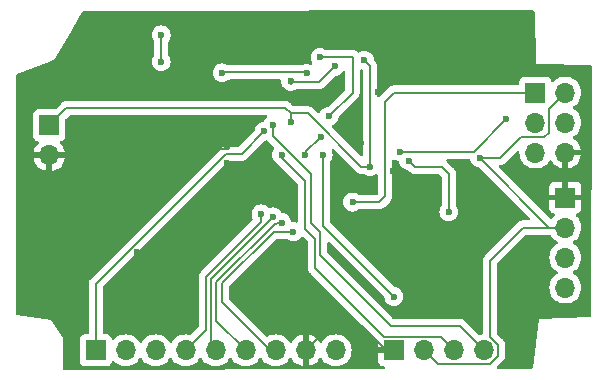
<source format=gbl>
%TF.GenerationSoftware,KiCad,Pcbnew,7.0.11-rc3*%
%TF.CreationDate,2024-07-02T00:11:53+05:30*%
%TF.ProjectId,MCUdatalogger_V1,4d435564-6174-4616-9c6f-676765725f56,rev?*%
%TF.SameCoordinates,Original*%
%TF.FileFunction,Copper,L2,Bot*%
%TF.FilePolarity,Positive*%
%FSLAX46Y46*%
G04 Gerber Fmt 4.6, Leading zero omitted, Abs format (unit mm)*
G04 Created by KiCad (PCBNEW 7.0.11-rc3) date 2024-07-02 00:11:53*
%MOMM*%
%LPD*%
G01*
G04 APERTURE LIST*
%TA.AperFunction,ComponentPad*%
%ADD10R,1.700000X1.700000*%
%TD*%
%TA.AperFunction,ComponentPad*%
%ADD11O,1.700000X1.700000*%
%TD*%
%TA.AperFunction,ViaPad*%
%ADD12C,0.600000*%
%TD*%
%TA.AperFunction,Conductor*%
%ADD13C,0.200000*%
%TD*%
G04 APERTURE END LIST*
D10*
%TO.P,J1,1,Pin_1*%
%TO.N,GND*%
X123705000Y-60725000D03*
D11*
%TO.P,J1,2,Pin_2*%
%TO.N,/VCC*%
X123705000Y-63265000D03*
%TO.P,J1,3,Pin_3*%
%TO.N,/SDA*%
X123705000Y-65805000D03*
%TO.P,J1,4,Pin_4*%
%TO.N,/SCK*%
X123705000Y-68345000D03*
%TD*%
D10*
%TO.P,BT1,1,+*%
%TO.N,/VCC*%
X80010000Y-54610000D03*
D11*
%TO.P,BT1,2,-*%
%TO.N,GND*%
X80010000Y-57150000D03*
%TD*%
D10*
%TO.P,J3,1,Pin_1*%
%TO.N,GND*%
X109220000Y-73660000D03*
D11*
%TO.P,J3,2,Pin_2*%
%TO.N,/VCC*%
X111760000Y-73660000D03*
%TO.P,J3,3,Pin_3*%
%TO.N,/RX*%
X114300000Y-73660000D03*
%TO.P,J3,4,Pin_4*%
%TO.N,/TX*%
X116840000Y-73660000D03*
%TD*%
D10*
%TO.P,J4,1,Pin_1*%
%TO.N,/MISO*%
X121165000Y-51835000D03*
D11*
%TO.P,J4,2,Pin_2*%
%TO.N,/VCC*%
X123705000Y-51835000D03*
%TO.P,J4,3,Pin_3*%
%TO.N,/SCK*%
X121165000Y-54375000D03*
%TO.P,J4,4,Pin_4*%
%TO.N,/MOSI*%
X123705000Y-54375000D03*
%TO.P,J4,5,Pin_5*%
%TO.N,/RESET*%
X121165000Y-56915000D03*
%TO.P,J4,6,Pin_6*%
%TO.N,GND*%
X123705000Y-56915000D03*
%TD*%
D10*
%TO.P,J2,1,Pin_1*%
%TO.N,/D2*%
X83940000Y-73660000D03*
D11*
%TO.P,J2,2,Pin_2*%
%TO.N,/D3*%
X86480000Y-73660000D03*
%TO.P,J2,3,Pin_3*%
%TO.N,/D4*%
X89020000Y-73660000D03*
%TO.P,J2,4,Pin_4*%
%TO.N,/D5*%
X91560000Y-73660000D03*
%TO.P,J2,5,Pin_5*%
%TO.N,/D6*%
X94100000Y-73660000D03*
%TO.P,J2,6,Pin_6*%
%TO.N,/D7*%
X96640000Y-73660000D03*
%TO.P,J2,7,Pin_7*%
%TO.N,/D8*%
X99180000Y-73660000D03*
%TO.P,J2,8,Pin_8*%
%TO.N,GND*%
X101720000Y-73660000D03*
%TO.P,J2,9,Pin_9*%
%TO.N,/VCC*%
X104260000Y-73660000D03*
%TD*%
D12*
%TO.N,/VCC*%
X106690000Y-49110000D03*
X100440000Y-54360000D03*
X107190000Y-58110000D03*
%TO.N,GND*%
X114190000Y-69110000D03*
X112940000Y-49360000D03*
X112940000Y-49360000D03*
X107940000Y-49110000D03*
X95090000Y-56410000D03*
X95090000Y-57810000D03*
X107840735Y-51810000D03*
X100940000Y-49110000D03*
X117190000Y-49110000D03*
X87472287Y-65360000D03*
X106440000Y-56110000D03*
X89690000Y-56610000D03*
X109090000Y-58510000D03*
%TO.N,/VCC*%
X116440000Y-57360000D03*
X89490000Y-46955000D03*
X116440000Y-57360000D03*
X89490000Y-49210000D03*
%TO.N,Net-(U4-PB7)*%
X103690000Y-53860000D03*
X102940000Y-48860000D03*
X102989265Y-55560735D03*
X101690000Y-57110000D03*
%TO.N,Net-(U4-AREF)*%
X109190000Y-69110000D03*
X103190000Y-57110000D03*
%TO.N,/SCK*%
X109690000Y-56860000D03*
X94665000Y-50165000D03*
X101809187Y-50210000D03*
X118690000Y-54110000D03*
%TO.N,/SDA*%
X110440000Y-57610000D03*
X113840000Y-61935000D03*
X113840000Y-61935000D03*
%TO.N,/RX*%
X99690000Y-57110000D03*
%TO.N,/TX*%
X98940000Y-54610000D03*
%TO.N,/D2*%
X98190000Y-55110000D03*
%TO.N,/D5*%
X97940000Y-62110000D03*
%TO.N,/D6*%
X98940000Y-62360000D03*
%TO.N,/D7*%
X99690000Y-62860000D03*
%TO.N,/D8*%
X100690000Y-63610000D03*
%TO.N,/MISO*%
X105690000Y-61110000D03*
%TO.N,/RESET*%
X100440000Y-50860000D03*
X104190000Y-49610000D03*
%TD*%
D13*
%TO.N,GND*%
X103790000Y-71610000D02*
X103940000Y-71610000D01*
X94890000Y-56610000D02*
X95090000Y-56410000D01*
X89690000Y-56610000D02*
X94890000Y-56610000D01*
%TO.N,/VCC*%
X99990000Y-53160000D02*
X100440000Y-53610000D01*
X81460000Y-53160000D02*
X99990000Y-53160000D01*
X80010000Y-54610000D02*
X81460000Y-53160000D01*
%TO.N,/SDA*%
X110940000Y-58110000D02*
X110440000Y-57610000D01*
X113240000Y-58110000D02*
X110940000Y-58110000D01*
X113840000Y-58710000D02*
X113240000Y-58110000D01*
X113840000Y-61935000D02*
X113840000Y-58710000D01*
%TO.N,/VCC*%
X101940000Y-53610000D02*
X106440000Y-58110000D01*
X100440000Y-54360000D02*
X100440000Y-53610000D01*
X107190000Y-49610000D02*
X107190000Y-58110000D01*
X106440000Y-58110000D02*
X107190000Y-58110000D01*
X100440000Y-53610000D02*
X101940000Y-53610000D01*
X106690000Y-49110000D02*
X107190000Y-49610000D01*
%TO.N,GND*%
X103790000Y-71610000D02*
X106490000Y-71610000D01*
X107840735Y-49209265D02*
X107940000Y-49110000D01*
X109090000Y-58510000D02*
X112190000Y-61610000D01*
X108540000Y-73660000D02*
X109220000Y-73660000D01*
X112190000Y-67110000D02*
X114190000Y-69110000D01*
X107840735Y-51810000D02*
X107840735Y-49209265D01*
X112190000Y-61610000D02*
X112190000Y-67110000D01*
X101720000Y-73660000D02*
X103780000Y-71600000D01*
X103780000Y-71600000D02*
X103790000Y-71610000D01*
X106490000Y-71610000D02*
X108540000Y-73660000D01*
%TO.N,/VCC*%
X122315000Y-55235000D02*
X122315000Y-53225000D01*
X121940000Y-55610000D02*
X122315000Y-55235000D01*
X117316346Y-66083654D02*
X120135000Y-63265000D01*
X122315000Y-53225000D02*
X123705000Y-51835000D01*
X117990000Y-73183654D02*
X117316346Y-72510000D01*
X117990000Y-74136346D02*
X117990000Y-73183654D01*
X116440000Y-57360000D02*
X118190000Y-57360000D01*
X122155000Y-63265000D02*
X123705000Y-63265000D01*
X118190000Y-57360000D02*
X119940000Y-55610000D01*
X117316346Y-72510000D02*
X117316346Y-66083654D01*
X117316346Y-74810000D02*
X117990000Y-74136346D01*
X122345000Y-63265000D02*
X116440000Y-57360000D01*
X120135000Y-63265000D02*
X123705000Y-63265000D01*
X119940000Y-55610000D02*
X121940000Y-55610000D01*
X112910000Y-74810000D02*
X117316346Y-74810000D01*
X123705000Y-63265000D02*
X122345000Y-63265000D01*
X89490000Y-49210000D02*
X89490000Y-46955000D01*
X111760000Y-73660000D02*
X112910000Y-74810000D01*
%TO.N,Net-(U4-PB7)*%
X101690000Y-56860000D02*
X102989265Y-55560735D01*
X105690000Y-51860000D02*
X105690000Y-48860000D01*
X101690000Y-57110000D02*
X101690000Y-56860000D01*
X103690000Y-53860000D02*
X105690000Y-51860000D01*
X105690000Y-48860000D02*
X102940000Y-48860000D01*
%TO.N,Net-(U4-AREF)*%
X109190000Y-69110000D02*
X103190000Y-63110000D01*
X103190000Y-63110000D02*
X103190000Y-57110000D01*
%TO.N,/SCK*%
X109690000Y-56860000D02*
X115940000Y-56860000D01*
X94665000Y-50165000D02*
X94720000Y-50110000D01*
X94720000Y-50110000D02*
X101709187Y-50110000D01*
X101709187Y-50110000D02*
X101809187Y-50210000D01*
X115940000Y-56860000D02*
X118690000Y-54110000D01*
%TO.N,/RX*%
X101690000Y-59360000D02*
X99690000Y-57360000D01*
X99690000Y-57360000D02*
X99690000Y-57110000D01*
X102540000Y-66710000D02*
X102540000Y-64210000D01*
X108340000Y-72510000D02*
X102540000Y-66710000D01*
X114300000Y-73660000D02*
X113150000Y-72510000D01*
X113150000Y-72510000D02*
X108340000Y-72510000D01*
X101690000Y-63360000D02*
X101690000Y-59360000D01*
X102540000Y-64210000D02*
X101690000Y-63360000D01*
%TO.N,/TX*%
X98940000Y-55511471D02*
X98940000Y-54610000D01*
X116840000Y-73660000D02*
X114790000Y-71610000D01*
X114790000Y-71610000D02*
X108940000Y-71610000D01*
X102190000Y-62860000D02*
X102190000Y-58761471D01*
X102190000Y-58761471D02*
X98940000Y-55511471D01*
X102940000Y-65610000D02*
X102940000Y-63610000D01*
X108940000Y-71610000D02*
X102940000Y-65610000D01*
X102940000Y-63610000D02*
X102190000Y-62860000D01*
%TO.N,/D2*%
X83940000Y-68043758D02*
X94973758Y-57010000D01*
X83940000Y-73660000D02*
X83940000Y-68043758D01*
X94973758Y-57010000D02*
X96290000Y-57010000D01*
X96290000Y-57010000D02*
X98190000Y-55110000D01*
%TO.N,/D5*%
X91560000Y-73640000D02*
X91560000Y-73660000D01*
X93290000Y-67444315D02*
X93290000Y-71910000D01*
X97940000Y-62794314D02*
X93290000Y-67444315D01*
X93290000Y-71910000D02*
X91560000Y-73640000D01*
X97940000Y-62110000D02*
X97940000Y-62794314D01*
%TO.N,/D6*%
X93690000Y-73250000D02*
X94100000Y-73660000D01*
X98940000Y-62360000D02*
X93690000Y-67610000D01*
X93690000Y-67610000D02*
X93690000Y-73250000D01*
%TO.N,/D7*%
X94165000Y-67910000D02*
X94165000Y-71185000D01*
X99690000Y-62860000D02*
X99288529Y-62860000D01*
X94165000Y-71185000D02*
X96640000Y-73660000D01*
X99115000Y-62960000D02*
X94165000Y-67910000D01*
X99288529Y-62860000D02*
X99188529Y-62960000D01*
X99188529Y-62960000D02*
X99115000Y-62960000D01*
%TO.N,/D8*%
X94640000Y-69610000D02*
X98690000Y-73660000D01*
X98690000Y-73660000D02*
X99180000Y-73660000D01*
X99030686Y-63610000D02*
X94640000Y-68000686D01*
X100690000Y-63610000D02*
X99030686Y-63610000D01*
X94640000Y-68000686D02*
X94640000Y-69610000D01*
%TO.N,/MISO*%
X105690000Y-61110000D02*
X105940000Y-61110000D01*
X108440000Y-60610000D02*
X107940000Y-61110000D01*
X108440000Y-52610000D02*
X108440000Y-60610000D01*
X109215000Y-51835000D02*
X108440000Y-52610000D01*
X121165000Y-51835000D02*
X109215000Y-51835000D01*
X107940000Y-61110000D02*
X105690000Y-61110000D01*
%TO.N,/RESET*%
X100440000Y-50860000D02*
X100440000Y-51110000D01*
X100540000Y-50960000D02*
X100440000Y-50860000D01*
X102840000Y-50960000D02*
X100540000Y-50960000D01*
X104190000Y-49610000D02*
X102840000Y-50960000D01*
%TD*%
%TA.AperFunction,Conductor*%
%TO.N,GND*%
G36*
X120919562Y-44888399D02*
G01*
X120919615Y-44888003D01*
X120927671Y-44889063D01*
X120927672Y-44889064D01*
X120927673Y-44889064D01*
X120974369Y-44889064D01*
X121041408Y-44908749D01*
X121087163Y-44961553D01*
X121098342Y-45010481D01*
X121189999Y-49410000D01*
X121267538Y-49411520D01*
X125842384Y-49501223D01*
X125909022Y-49522217D01*
X125953733Y-49575908D01*
X125963950Y-49625480D01*
X125915984Y-70706924D01*
X125896147Y-70773919D01*
X125843239Y-70819553D01*
X125797146Y-70830534D01*
X121490001Y-71009999D01*
X121489998Y-71010001D01*
X120953360Y-75124231D01*
X120925170Y-75188161D01*
X120866892Y-75226702D01*
X120830645Y-75232193D01*
X118037526Y-75237658D01*
X117970448Y-75218104D01*
X117924590Y-75165390D01*
X117914511Y-75096251D01*
X117943411Y-75032639D01*
X117949588Y-75025991D01*
X118381043Y-74594536D01*
X118393223Y-74583855D01*
X118418282Y-74564628D01*
X118514536Y-74439187D01*
X118575044Y-74293108D01*
X118590500Y-74175707D01*
X118595682Y-74136346D01*
X118594012Y-74123664D01*
X118591561Y-74105043D01*
X118590500Y-74088858D01*
X118590500Y-73231141D01*
X118591561Y-73214955D01*
X118594013Y-73196335D01*
X118595682Y-73183654D01*
X118575044Y-73026892D01*
X118514536Y-72880813D01*
X118514535Y-72880812D01*
X118514535Y-72880811D01*
X118481084Y-72837217D01*
X118418282Y-72755372D01*
X118418280Y-72755370D01*
X118418279Y-72755369D01*
X118393228Y-72736147D01*
X118381034Y-72725453D01*
X117953165Y-72297584D01*
X117919680Y-72236261D01*
X117916846Y-72209903D01*
X117916846Y-66383751D01*
X117936531Y-66316712D01*
X117953165Y-66296070D01*
X120347416Y-63901819D01*
X120408739Y-63868334D01*
X120435097Y-63865500D01*
X122115639Y-63865500D01*
X122297513Y-63865500D01*
X122313697Y-63866560D01*
X122345000Y-63870682D01*
X122376302Y-63866560D01*
X122392487Y-63865500D01*
X122415909Y-63865500D01*
X122482948Y-63885185D01*
X122528292Y-63937097D01*
X122530965Y-63942830D01*
X122609105Y-64054425D01*
X122666501Y-64136395D01*
X122666506Y-64136402D01*
X122833597Y-64303493D01*
X122833603Y-64303498D01*
X123019158Y-64433425D01*
X123062783Y-64488002D01*
X123069977Y-64557500D01*
X123038454Y-64619855D01*
X123019158Y-64636575D01*
X122833597Y-64766505D01*
X122666505Y-64933597D01*
X122530965Y-65127169D01*
X122530964Y-65127171D01*
X122431098Y-65341335D01*
X122431094Y-65341344D01*
X122369938Y-65569586D01*
X122369936Y-65569596D01*
X122349341Y-65804999D01*
X122349341Y-65805000D01*
X122369936Y-66040403D01*
X122369938Y-66040413D01*
X122431094Y-66268655D01*
X122431096Y-66268659D01*
X122431097Y-66268663D01*
X122453503Y-66316712D01*
X122530965Y-66482830D01*
X122530967Y-66482834D01*
X122666501Y-66676395D01*
X122666506Y-66676402D01*
X122833597Y-66843493D01*
X122833603Y-66843498D01*
X123019158Y-66973425D01*
X123062783Y-67028002D01*
X123069977Y-67097500D01*
X123038454Y-67159855D01*
X123019158Y-67176575D01*
X122833597Y-67306505D01*
X122666505Y-67473597D01*
X122530965Y-67667169D01*
X122530964Y-67667171D01*
X122431098Y-67881335D01*
X122431094Y-67881344D01*
X122369938Y-68109586D01*
X122369936Y-68109596D01*
X122349341Y-68344999D01*
X122349341Y-68345000D01*
X122369936Y-68580403D01*
X122369938Y-68580413D01*
X122431094Y-68808655D01*
X122431096Y-68808659D01*
X122431097Y-68808663D01*
X122488025Y-68930745D01*
X122530965Y-69022830D01*
X122530967Y-69022834D01*
X122591999Y-69109996D01*
X122666505Y-69216401D01*
X122833599Y-69383495D01*
X122930384Y-69451265D01*
X123027165Y-69519032D01*
X123027167Y-69519033D01*
X123027170Y-69519035D01*
X123241337Y-69618903D01*
X123469592Y-69680063D01*
X123657918Y-69696539D01*
X123704999Y-69700659D01*
X123705000Y-69700659D01*
X123705001Y-69700659D01*
X123744234Y-69697226D01*
X123940408Y-69680063D01*
X124168663Y-69618903D01*
X124382830Y-69519035D01*
X124576401Y-69383495D01*
X124743495Y-69216401D01*
X124879035Y-69022830D01*
X124978903Y-68808663D01*
X125040063Y-68580408D01*
X125060659Y-68345000D01*
X125040063Y-68109592D01*
X124978903Y-67881337D01*
X124879035Y-67667171D01*
X124744908Y-67475616D01*
X124743494Y-67473597D01*
X124576402Y-67306506D01*
X124576396Y-67306501D01*
X124390842Y-67176575D01*
X124347217Y-67121998D01*
X124340023Y-67052500D01*
X124371546Y-66990145D01*
X124390842Y-66973425D01*
X124543175Y-66866760D01*
X124576401Y-66843495D01*
X124743495Y-66676401D01*
X124879035Y-66482830D01*
X124978903Y-66268663D01*
X125040063Y-66040408D01*
X125060659Y-65805000D01*
X125040063Y-65569592D01*
X124978903Y-65341337D01*
X124879035Y-65127171D01*
X124743495Y-64933599D01*
X124743494Y-64933597D01*
X124576402Y-64766506D01*
X124576396Y-64766501D01*
X124390842Y-64636575D01*
X124347217Y-64581998D01*
X124340023Y-64512500D01*
X124371546Y-64450145D01*
X124390842Y-64433425D01*
X124530280Y-64335789D01*
X124576401Y-64303495D01*
X124743495Y-64136401D01*
X124879035Y-63942830D01*
X124978903Y-63728663D01*
X125040063Y-63500408D01*
X125060659Y-63265000D01*
X125040063Y-63029592D01*
X124991855Y-62849674D01*
X124978905Y-62801344D01*
X124978904Y-62801343D01*
X124978903Y-62801337D01*
X124879035Y-62587171D01*
X124876698Y-62583834D01*
X124743496Y-62393600D01*
X124707633Y-62357737D01*
X124621179Y-62271283D01*
X124587696Y-62209963D01*
X124592680Y-62140271D01*
X124634551Y-62084337D01*
X124665529Y-62067422D01*
X124797086Y-62018354D01*
X124797093Y-62018350D01*
X124912187Y-61932190D01*
X124912190Y-61932187D01*
X124998350Y-61817093D01*
X124998354Y-61817086D01*
X125048596Y-61682379D01*
X125048598Y-61682372D01*
X125054999Y-61622844D01*
X125055000Y-61622827D01*
X125055000Y-60975000D01*
X124138686Y-60975000D01*
X124164493Y-60934844D01*
X124205000Y-60796889D01*
X124205000Y-60653111D01*
X124164493Y-60515156D01*
X124138686Y-60475000D01*
X125055000Y-60475000D01*
X125055000Y-59827172D01*
X125054999Y-59827155D01*
X125048598Y-59767627D01*
X125048596Y-59767620D01*
X124998354Y-59632913D01*
X124998350Y-59632906D01*
X124912190Y-59517812D01*
X124912187Y-59517809D01*
X124797093Y-59431649D01*
X124797086Y-59431645D01*
X124662379Y-59381403D01*
X124662372Y-59381401D01*
X124602844Y-59375000D01*
X123955000Y-59375000D01*
X123955000Y-60289498D01*
X123847315Y-60240320D01*
X123740763Y-60225000D01*
X123669237Y-60225000D01*
X123562685Y-60240320D01*
X123455000Y-60289498D01*
X123455000Y-59375000D01*
X122807155Y-59375000D01*
X122747627Y-59381401D01*
X122747620Y-59381403D01*
X122612913Y-59431645D01*
X122612906Y-59431649D01*
X122497812Y-59517809D01*
X122497809Y-59517812D01*
X122411649Y-59632906D01*
X122411645Y-59632913D01*
X122361403Y-59767620D01*
X122361401Y-59767627D01*
X122355000Y-59827155D01*
X122355000Y-60475000D01*
X123271314Y-60475000D01*
X123245507Y-60515156D01*
X123205000Y-60653111D01*
X123205000Y-60796889D01*
X123245507Y-60934844D01*
X123271314Y-60975000D01*
X122355000Y-60975000D01*
X122355000Y-61622844D01*
X122361401Y-61682372D01*
X122361403Y-61682379D01*
X122411645Y-61817086D01*
X122411649Y-61817093D01*
X122497809Y-61932187D01*
X122497812Y-61932190D01*
X122612906Y-62018350D01*
X122612913Y-62018354D01*
X122744470Y-62067421D01*
X122800403Y-62109292D01*
X122824821Y-62174756D01*
X122809970Y-62243029D01*
X122788819Y-62271284D01*
X122666505Y-62393598D01*
X122609730Y-62474682D01*
X122555153Y-62518307D01*
X122485654Y-62525499D01*
X122423300Y-62493977D01*
X122420474Y-62491239D01*
X118106598Y-58177363D01*
X118073113Y-58116040D01*
X118078097Y-58046348D01*
X118119969Y-57990415D01*
X118182011Y-57967274D01*
X118181942Y-57966743D01*
X118184250Y-57966439D01*
X118185433Y-57965998D01*
X118188408Y-57965891D01*
X118189997Y-57965681D01*
X118190000Y-57965682D01*
X118346762Y-57945044D01*
X118492836Y-57884538D01*
X118492837Y-57884538D01*
X118492837Y-57884537D01*
X118492841Y-57884536D01*
X118521869Y-57862262D01*
X118618282Y-57788282D01*
X118637509Y-57763223D01*
X118648190Y-57751043D01*
X119599611Y-56799622D01*
X119660932Y-56766139D01*
X119730624Y-56771123D01*
X119786557Y-56812995D01*
X119810974Y-56878459D01*
X119810818Y-56898110D01*
X119809341Y-56914995D01*
X119809341Y-56915000D01*
X119829936Y-57150403D01*
X119829938Y-57150413D01*
X119891094Y-57378655D01*
X119891096Y-57378659D01*
X119891097Y-57378663D01*
X119973148Y-57554622D01*
X119990965Y-57592830D01*
X119990967Y-57592834D01*
X120079285Y-57718964D01*
X120126505Y-57786401D01*
X120293599Y-57953495D01*
X120377687Y-58012374D01*
X120487165Y-58089032D01*
X120487167Y-58089033D01*
X120487170Y-58089035D01*
X120701337Y-58188903D01*
X120701343Y-58188904D01*
X120701344Y-58188905D01*
X120756285Y-58203626D01*
X120929592Y-58250063D01*
X121117918Y-58266539D01*
X121164999Y-58270659D01*
X121165000Y-58270659D01*
X121165001Y-58270659D01*
X121204234Y-58267226D01*
X121400408Y-58250063D01*
X121628663Y-58188903D01*
X121842830Y-58089035D01*
X122036401Y-57953495D01*
X122203495Y-57786401D01*
X122333730Y-57600405D01*
X122388307Y-57556781D01*
X122457805Y-57549587D01*
X122520160Y-57581110D01*
X122536879Y-57600405D01*
X122666890Y-57786078D01*
X122833917Y-57953105D01*
X123027421Y-58088600D01*
X123241507Y-58188429D01*
X123241516Y-58188433D01*
X123455000Y-58245634D01*
X123455000Y-57350501D01*
X123562685Y-57399680D01*
X123669237Y-57415000D01*
X123740763Y-57415000D01*
X123847315Y-57399680D01*
X123955000Y-57350501D01*
X123955000Y-58245633D01*
X124168483Y-58188433D01*
X124168492Y-58188429D01*
X124382578Y-58088600D01*
X124576082Y-57953105D01*
X124743105Y-57786082D01*
X124878600Y-57592578D01*
X124978429Y-57378492D01*
X124978432Y-57378486D01*
X125035636Y-57165000D01*
X124138686Y-57165000D01*
X124164493Y-57124844D01*
X124205000Y-56986889D01*
X124205000Y-56843111D01*
X124164493Y-56705156D01*
X124138686Y-56665000D01*
X125035636Y-56665000D01*
X125035635Y-56664999D01*
X124978432Y-56451513D01*
X124978429Y-56451507D01*
X124878600Y-56237422D01*
X124878599Y-56237420D01*
X124743113Y-56043926D01*
X124743108Y-56043920D01*
X124576078Y-55876890D01*
X124390405Y-55746879D01*
X124346780Y-55692302D01*
X124339588Y-55622804D01*
X124371110Y-55560449D01*
X124390406Y-55543730D01*
X124392591Y-55542200D01*
X124576401Y-55413495D01*
X124743495Y-55246401D01*
X124879035Y-55052830D01*
X124978903Y-54838663D01*
X125040063Y-54610408D01*
X125060659Y-54375000D01*
X125040063Y-54139592D01*
X124978903Y-53911337D01*
X124879035Y-53697171D01*
X124867534Y-53680745D01*
X124743494Y-53503597D01*
X124576402Y-53336506D01*
X124576396Y-53336501D01*
X124390842Y-53206575D01*
X124347217Y-53151998D01*
X124340023Y-53082500D01*
X124371546Y-53020145D01*
X124390842Y-53003425D01*
X124434035Y-52973181D01*
X124576401Y-52873495D01*
X124743495Y-52706401D01*
X124879035Y-52512830D01*
X124978903Y-52298663D01*
X125040063Y-52070408D01*
X125060659Y-51835000D01*
X125059402Y-51820638D01*
X125043120Y-51634535D01*
X125040063Y-51599592D01*
X124978903Y-51371337D01*
X124879035Y-51157171D01*
X124796466Y-51039249D01*
X124743494Y-50963597D01*
X124576402Y-50796506D01*
X124576395Y-50796501D01*
X124382834Y-50660967D01*
X124382830Y-50660965D01*
X124382828Y-50660964D01*
X124168663Y-50561097D01*
X124168659Y-50561096D01*
X124168655Y-50561094D01*
X123940413Y-50499938D01*
X123940403Y-50499936D01*
X123705001Y-50479341D01*
X123704999Y-50479341D01*
X123469596Y-50499936D01*
X123469586Y-50499938D01*
X123241344Y-50561094D01*
X123241335Y-50561098D01*
X123027171Y-50660964D01*
X123027169Y-50660965D01*
X122833600Y-50796503D01*
X122711673Y-50918430D01*
X122650350Y-50951914D01*
X122580658Y-50946930D01*
X122524725Y-50905058D01*
X122507810Y-50874081D01*
X122458797Y-50742671D01*
X122458793Y-50742664D01*
X122372547Y-50627455D01*
X122372544Y-50627452D01*
X122257335Y-50541206D01*
X122257328Y-50541202D01*
X122122482Y-50490908D01*
X122122483Y-50490908D01*
X122062883Y-50484501D01*
X122062881Y-50484500D01*
X122062873Y-50484500D01*
X122062864Y-50484500D01*
X120267129Y-50484500D01*
X120267123Y-50484501D01*
X120207516Y-50490908D01*
X120072671Y-50541202D01*
X120072664Y-50541206D01*
X119957455Y-50627452D01*
X119957452Y-50627455D01*
X119871206Y-50742664D01*
X119871202Y-50742671D01*
X119820908Y-50877517D01*
X119814501Y-50937116D01*
X119814500Y-50937135D01*
X119814500Y-51110500D01*
X119794815Y-51177539D01*
X119742011Y-51223294D01*
X119690500Y-51234500D01*
X109262494Y-51234500D01*
X109246308Y-51233439D01*
X109215001Y-51229317D01*
X109214999Y-51229317D01*
X109058238Y-51249955D01*
X108912157Y-51310464D01*
X108786718Y-51406716D01*
X108767489Y-51431775D01*
X108756798Y-51443965D01*
X108048965Y-52151798D01*
X108036775Y-52162489D01*
X108011718Y-52181717D01*
X108005971Y-52187465D01*
X108004691Y-52186185D01*
X107956445Y-52221413D01*
X107886699Y-52225566D01*
X107825780Y-52191353D01*
X107793028Y-52129635D01*
X107790500Y-52104723D01*
X107790500Y-49657487D01*
X107791561Y-49641301D01*
X107795682Y-49609999D01*
X107795682Y-49609998D01*
X107779949Y-49490493D01*
X107775044Y-49453238D01*
X107714536Y-49307159D01*
X107714535Y-49307158D01*
X107714535Y-49307157D01*
X107679751Y-49261826D01*
X107618282Y-49181718D01*
X107618280Y-49181716D01*
X107618279Y-49181715D01*
X107593228Y-49162493D01*
X107581034Y-49151799D01*
X107520700Y-49091465D01*
X107487215Y-49030142D01*
X107485163Y-49017686D01*
X107475368Y-48930745D01*
X107415789Y-48760478D01*
X107319816Y-48607738D01*
X107192262Y-48480184D01*
X107122692Y-48436470D01*
X107039523Y-48384211D01*
X106869254Y-48324631D01*
X106869249Y-48324630D01*
X106690004Y-48304435D01*
X106689996Y-48304435D01*
X106510750Y-48324630D01*
X106510745Y-48324631D01*
X106340476Y-48384211D01*
X106257308Y-48436470D01*
X106190071Y-48455470D01*
X106123236Y-48435102D01*
X106115850Y-48429852D01*
X105992842Y-48335464D01*
X105846762Y-48274956D01*
X105846760Y-48274955D01*
X105729361Y-48259500D01*
X105690000Y-48254318D01*
X105658697Y-48258439D01*
X105642513Y-48259500D01*
X103522412Y-48259500D01*
X103455373Y-48239815D01*
X103445097Y-48232445D01*
X103442263Y-48230185D01*
X103442262Y-48230184D01*
X103385496Y-48194515D01*
X103289523Y-48134211D01*
X103119254Y-48074631D01*
X103119249Y-48074630D01*
X102940004Y-48054435D01*
X102939996Y-48054435D01*
X102760750Y-48074630D01*
X102760745Y-48074631D01*
X102590476Y-48134211D01*
X102437737Y-48230184D01*
X102310184Y-48357737D01*
X102214211Y-48510476D01*
X102154631Y-48680745D01*
X102154630Y-48680750D01*
X102134435Y-48859996D01*
X102134435Y-48860003D01*
X102154630Y-49039249D01*
X102154631Y-49039254D01*
X102214211Y-49209523D01*
X102262557Y-49286465D01*
X102281557Y-49353702D01*
X102261189Y-49420537D01*
X102207921Y-49465751D01*
X102138665Y-49474988D01*
X102116609Y-49469479D01*
X101988444Y-49424632D01*
X101988436Y-49424630D01*
X101809191Y-49404435D01*
X101809183Y-49404435D01*
X101629937Y-49424630D01*
X101629932Y-49424631D01*
X101459661Y-49484212D01*
X101449664Y-49490494D01*
X101383693Y-49509500D01*
X95162110Y-49509500D01*
X95096138Y-49490493D01*
X95014526Y-49439212D01*
X94844254Y-49379631D01*
X94844249Y-49379630D01*
X94665004Y-49359435D01*
X94664996Y-49359435D01*
X94485750Y-49379630D01*
X94485745Y-49379631D01*
X94315476Y-49439211D01*
X94162737Y-49535184D01*
X94035184Y-49662737D01*
X93939211Y-49815476D01*
X93879631Y-49985745D01*
X93879630Y-49985750D01*
X93859435Y-50164996D01*
X93859435Y-50165003D01*
X93879630Y-50344249D01*
X93879631Y-50344254D01*
X93939211Y-50514523D01*
X94031227Y-50660964D01*
X94035184Y-50667262D01*
X94162738Y-50794816D01*
X94165428Y-50796506D01*
X94294355Y-50877517D01*
X94315478Y-50890789D01*
X94447907Y-50937128D01*
X94485745Y-50950368D01*
X94485750Y-50950369D01*
X94664996Y-50970565D01*
X94665000Y-50970565D01*
X94665004Y-50970565D01*
X94844249Y-50950369D01*
X94844252Y-50950368D01*
X94844255Y-50950368D01*
X95014522Y-50890789D01*
X95167262Y-50794816D01*
X95215259Y-50746819D01*
X95276582Y-50713334D01*
X95302940Y-50710500D01*
X99512524Y-50710500D01*
X99579563Y-50730185D01*
X99625318Y-50782989D01*
X99635744Y-50848386D01*
X99634435Y-50860001D01*
X99634435Y-50860003D01*
X99654630Y-51039249D01*
X99654631Y-51039254D01*
X99714211Y-51209523D01*
X99739617Y-51249956D01*
X99810184Y-51362262D01*
X99937738Y-51489816D01*
X99994560Y-51525520D01*
X100004925Y-51533785D01*
X100005271Y-51533335D01*
X100137157Y-51634535D01*
X100137158Y-51634535D01*
X100137159Y-51634536D01*
X100283238Y-51695044D01*
X100361619Y-51705363D01*
X100439999Y-51715682D01*
X100440000Y-51715682D01*
X100440001Y-51715682D01*
X100492254Y-51708802D01*
X100596762Y-51695044D01*
X100742841Y-51634536D01*
X100805933Y-51586123D01*
X100871102Y-51560930D01*
X100881419Y-51560500D01*
X102792513Y-51560500D01*
X102808697Y-51561560D01*
X102840000Y-51565682D01*
X102840001Y-51565682D01*
X102892254Y-51558802D01*
X102996762Y-51545044D01*
X103142841Y-51484536D01*
X103211675Y-51431718D01*
X103268282Y-51388282D01*
X103287509Y-51363223D01*
X103298190Y-51351043D01*
X104208535Y-50440698D01*
X104269856Y-50407215D01*
X104282311Y-50405163D01*
X104369255Y-50395368D01*
X104539522Y-50335789D01*
X104692262Y-50239816D01*
X104819816Y-50112262D01*
X104860506Y-50047503D01*
X104912841Y-50001213D01*
X104981894Y-49990565D01*
X105045743Y-50018940D01*
X105084115Y-50077330D01*
X105089500Y-50113476D01*
X105089500Y-51559902D01*
X105069815Y-51626941D01*
X105053181Y-51647583D01*
X103671465Y-53029298D01*
X103610142Y-53062783D01*
X103597668Y-53064837D01*
X103510750Y-53074630D01*
X103340478Y-53134210D01*
X103187737Y-53230184D01*
X103060184Y-53357737D01*
X102964210Y-53510478D01*
X102958235Y-53527554D01*
X102917512Y-53584329D01*
X102852559Y-53610075D01*
X102783997Y-53596618D01*
X102753513Y-53574278D01*
X102398199Y-53218964D01*
X102387503Y-53206767D01*
X102368286Y-53181722D01*
X102368283Y-53181720D01*
X102368282Y-53181718D01*
X102242841Y-53085464D01*
X102235685Y-53082500D01*
X102096762Y-53024956D01*
X102096760Y-53024955D01*
X101940001Y-53004318D01*
X101940000Y-53004318D01*
X101908697Y-53008439D01*
X101892513Y-53009500D01*
X100740097Y-53009500D01*
X100673058Y-52989815D01*
X100652416Y-52973181D01*
X100448199Y-52768964D01*
X100437504Y-52756769D01*
X100418283Y-52731719D01*
X100385280Y-52706395D01*
X100292841Y-52635464D01*
X100146762Y-52574956D01*
X100146760Y-52574955D01*
X100029361Y-52559500D01*
X99990000Y-52554318D01*
X99958697Y-52558439D01*
X99942513Y-52559500D01*
X81507487Y-52559500D01*
X81491302Y-52558439D01*
X81460000Y-52554318D01*
X81420639Y-52559500D01*
X81303239Y-52574955D01*
X81303237Y-52574956D01*
X81157157Y-52635464D01*
X81031718Y-52731716D01*
X81012489Y-52756775D01*
X81001798Y-52768965D01*
X80547582Y-53223181D01*
X80486259Y-53256666D01*
X80459901Y-53259500D01*
X79112129Y-53259500D01*
X79112123Y-53259501D01*
X79052516Y-53265908D01*
X78917671Y-53316202D01*
X78917664Y-53316206D01*
X78802455Y-53402452D01*
X78802452Y-53402455D01*
X78716206Y-53517664D01*
X78716202Y-53517671D01*
X78665908Y-53652517D01*
X78659501Y-53712116D01*
X78659500Y-53712135D01*
X78659500Y-55507870D01*
X78659501Y-55507876D01*
X78665908Y-55567483D01*
X78716202Y-55702328D01*
X78716206Y-55702335D01*
X78802452Y-55817544D01*
X78802455Y-55817547D01*
X78917664Y-55903793D01*
X78917671Y-55903797D01*
X78977887Y-55926256D01*
X79049598Y-55953002D01*
X79105531Y-55994873D01*
X79129949Y-56060337D01*
X79115098Y-56128610D01*
X79093947Y-56156865D01*
X78971886Y-56278926D01*
X78836400Y-56472420D01*
X78836399Y-56472422D01*
X78736570Y-56686507D01*
X78736567Y-56686513D01*
X78679364Y-56899999D01*
X78679364Y-56900000D01*
X79576314Y-56900000D01*
X79550507Y-56940156D01*
X79510000Y-57078111D01*
X79510000Y-57221889D01*
X79550507Y-57359844D01*
X79576314Y-57400000D01*
X78679364Y-57400000D01*
X78736567Y-57613486D01*
X78736570Y-57613492D01*
X78836399Y-57827578D01*
X78971894Y-58021082D01*
X79138917Y-58188105D01*
X79332421Y-58323600D01*
X79546507Y-58423429D01*
X79546516Y-58423433D01*
X79760000Y-58480634D01*
X79760000Y-57585501D01*
X79867685Y-57634680D01*
X79974237Y-57650000D01*
X80045763Y-57650000D01*
X80152315Y-57634680D01*
X80260000Y-57585501D01*
X80260000Y-58480633D01*
X80473483Y-58423433D01*
X80473492Y-58423429D01*
X80687578Y-58323600D01*
X80881082Y-58188105D01*
X81048105Y-58021082D01*
X81183600Y-57827578D01*
X81283429Y-57613492D01*
X81283432Y-57613486D01*
X81340636Y-57400000D01*
X80443686Y-57400000D01*
X80469493Y-57359844D01*
X80510000Y-57221889D01*
X80510000Y-57078111D01*
X80469493Y-56940156D01*
X80443686Y-56900000D01*
X81340636Y-56900000D01*
X81340635Y-56899999D01*
X81283432Y-56686513D01*
X81283429Y-56686507D01*
X81183600Y-56472422D01*
X81183599Y-56472420D01*
X81048113Y-56278926D01*
X81048108Y-56278920D01*
X80926053Y-56156865D01*
X80892568Y-56095542D01*
X80897552Y-56025850D01*
X80939424Y-55969917D01*
X80970400Y-55953002D01*
X81102331Y-55903796D01*
X81217546Y-55817546D01*
X81303796Y-55702331D01*
X81354091Y-55567483D01*
X81360500Y-55507873D01*
X81360499Y-54160096D01*
X81380184Y-54093058D01*
X81396818Y-54072416D01*
X81672416Y-53796819D01*
X81733739Y-53763334D01*
X81760097Y-53760500D01*
X98358842Y-53760500D01*
X98425881Y-53780185D01*
X98471636Y-53832989D01*
X98481580Y-53902147D01*
X98452555Y-53965703D01*
X98442631Y-53975229D01*
X98442662Y-53975260D01*
X98310184Y-54107737D01*
X98218102Y-54254285D01*
X98165767Y-54300576D01*
X98126992Y-54311533D01*
X98010749Y-54324630D01*
X98010745Y-54324631D01*
X97840476Y-54384211D01*
X97687737Y-54480184D01*
X97560184Y-54607737D01*
X97464210Y-54760478D01*
X97404630Y-54930750D01*
X97394837Y-55017668D01*
X97367770Y-55082082D01*
X97359298Y-55091465D01*
X96077584Y-56373181D01*
X96016261Y-56406666D01*
X95989903Y-56409500D01*
X95021245Y-56409500D01*
X95005060Y-56408439D01*
X94973758Y-56404318D01*
X94934397Y-56409500D01*
X94816997Y-56424955D01*
X94816995Y-56424956D01*
X94670918Y-56485463D01*
X94545472Y-56581721D01*
X94526253Y-56606769D01*
X94515558Y-56618964D01*
X83548965Y-67585556D01*
X83536775Y-67596247D01*
X83511720Y-67615473D01*
X83511718Y-67615476D01*
X83472051Y-67667171D01*
X83472050Y-67667171D01*
X83415464Y-67740915D01*
X83354956Y-67886995D01*
X83354955Y-67886997D01*
X83334318Y-68043756D01*
X83334318Y-68043757D01*
X83338439Y-68075059D01*
X83339500Y-68091245D01*
X83339500Y-72185500D01*
X83319815Y-72252539D01*
X83267011Y-72298294D01*
X83215501Y-72309500D01*
X83042130Y-72309500D01*
X83042123Y-72309501D01*
X82982516Y-72315908D01*
X82847671Y-72366202D01*
X82847664Y-72366206D01*
X82732455Y-72452452D01*
X82732452Y-72452455D01*
X82646206Y-72567664D01*
X82646202Y-72567671D01*
X82595908Y-72702517D01*
X82589501Y-72762116D01*
X82589500Y-72762135D01*
X82589500Y-74557870D01*
X82589501Y-74557876D01*
X82595908Y-74617483D01*
X82646202Y-74752328D01*
X82646206Y-74752335D01*
X82732452Y-74867544D01*
X82732455Y-74867547D01*
X82847664Y-74953793D01*
X82847671Y-74953797D01*
X82982517Y-75004091D01*
X82982516Y-75004091D01*
X82989444Y-75004835D01*
X83042127Y-75010500D01*
X84837872Y-75010499D01*
X84897483Y-75004091D01*
X85032331Y-74953796D01*
X85147546Y-74867546D01*
X85233796Y-74752331D01*
X85282810Y-74620916D01*
X85324681Y-74564984D01*
X85390145Y-74540566D01*
X85458418Y-74555417D01*
X85486673Y-74576569D01*
X85608599Y-74698495D01*
X85705384Y-74766265D01*
X85802165Y-74834032D01*
X85802167Y-74834033D01*
X85802170Y-74834035D01*
X86016337Y-74933903D01*
X86244592Y-74995063D01*
X86421034Y-75010500D01*
X86479999Y-75015659D01*
X86480000Y-75015659D01*
X86480001Y-75015659D01*
X86538966Y-75010500D01*
X86715408Y-74995063D01*
X86943663Y-74933903D01*
X87157830Y-74834035D01*
X87351401Y-74698495D01*
X87518495Y-74531401D01*
X87648425Y-74345842D01*
X87703002Y-74302217D01*
X87772500Y-74295023D01*
X87834855Y-74326546D01*
X87851575Y-74345842D01*
X87981500Y-74531395D01*
X87981505Y-74531401D01*
X88148599Y-74698495D01*
X88245384Y-74766265D01*
X88342165Y-74834032D01*
X88342167Y-74834033D01*
X88342170Y-74834035D01*
X88556337Y-74933903D01*
X88784592Y-74995063D01*
X88961034Y-75010500D01*
X89019999Y-75015659D01*
X89020000Y-75015659D01*
X89020001Y-75015659D01*
X89078966Y-75010500D01*
X89255408Y-74995063D01*
X89483663Y-74933903D01*
X89697830Y-74834035D01*
X89891401Y-74698495D01*
X90058495Y-74531401D01*
X90188425Y-74345842D01*
X90243002Y-74302217D01*
X90312500Y-74295023D01*
X90374855Y-74326546D01*
X90391575Y-74345842D01*
X90521500Y-74531395D01*
X90521505Y-74531401D01*
X90688599Y-74698495D01*
X90785384Y-74766265D01*
X90882165Y-74834032D01*
X90882167Y-74834033D01*
X90882170Y-74834035D01*
X91096337Y-74933903D01*
X91324592Y-74995063D01*
X91501034Y-75010500D01*
X91559999Y-75015659D01*
X91560000Y-75015659D01*
X91560001Y-75015659D01*
X91618966Y-75010500D01*
X91795408Y-74995063D01*
X92023663Y-74933903D01*
X92237830Y-74834035D01*
X92431401Y-74698495D01*
X92598495Y-74531401D01*
X92728425Y-74345842D01*
X92783002Y-74302217D01*
X92852500Y-74295023D01*
X92914855Y-74326546D01*
X92931575Y-74345842D01*
X93061500Y-74531395D01*
X93061505Y-74531401D01*
X93228599Y-74698495D01*
X93325384Y-74766265D01*
X93422165Y-74834032D01*
X93422167Y-74834033D01*
X93422170Y-74834035D01*
X93636337Y-74933903D01*
X93864592Y-74995063D01*
X94041034Y-75010500D01*
X94099999Y-75015659D01*
X94100000Y-75015659D01*
X94100001Y-75015659D01*
X94158966Y-75010500D01*
X94335408Y-74995063D01*
X94563663Y-74933903D01*
X94777830Y-74834035D01*
X94971401Y-74698495D01*
X95138495Y-74531401D01*
X95268425Y-74345842D01*
X95323002Y-74302217D01*
X95392500Y-74295023D01*
X95454855Y-74326546D01*
X95471575Y-74345842D01*
X95601500Y-74531395D01*
X95601505Y-74531401D01*
X95768599Y-74698495D01*
X95865384Y-74766265D01*
X95962165Y-74834032D01*
X95962167Y-74834033D01*
X95962170Y-74834035D01*
X96176337Y-74933903D01*
X96404592Y-74995063D01*
X96581034Y-75010500D01*
X96639999Y-75015659D01*
X96640000Y-75015659D01*
X96640001Y-75015659D01*
X96698966Y-75010500D01*
X96875408Y-74995063D01*
X97103663Y-74933903D01*
X97317830Y-74834035D01*
X97511401Y-74698495D01*
X97678495Y-74531401D01*
X97808425Y-74345842D01*
X97863002Y-74302217D01*
X97932500Y-74295023D01*
X97994855Y-74326546D01*
X98011575Y-74345842D01*
X98141500Y-74531395D01*
X98141505Y-74531401D01*
X98308599Y-74698495D01*
X98405384Y-74766265D01*
X98502165Y-74834032D01*
X98502167Y-74834033D01*
X98502170Y-74834035D01*
X98716337Y-74933903D01*
X98944592Y-74995063D01*
X99121034Y-75010500D01*
X99179999Y-75015659D01*
X99180000Y-75015659D01*
X99180001Y-75015659D01*
X99238966Y-75010500D01*
X99415408Y-74995063D01*
X99643663Y-74933903D01*
X99857830Y-74834035D01*
X100051401Y-74698495D01*
X100218495Y-74531401D01*
X100348730Y-74345405D01*
X100403307Y-74301781D01*
X100472805Y-74294587D01*
X100535160Y-74326110D01*
X100551879Y-74345405D01*
X100681890Y-74531078D01*
X100848917Y-74698105D01*
X101042421Y-74833600D01*
X101256507Y-74933429D01*
X101256516Y-74933433D01*
X101470000Y-74990634D01*
X101470000Y-74095501D01*
X101577685Y-74144680D01*
X101684237Y-74160000D01*
X101755763Y-74160000D01*
X101862315Y-74144680D01*
X101970000Y-74095501D01*
X101970000Y-74990633D01*
X102183483Y-74933433D01*
X102183492Y-74933429D01*
X102397578Y-74833600D01*
X102591082Y-74698105D01*
X102758105Y-74531082D01*
X102888119Y-74345405D01*
X102942696Y-74301781D01*
X103012195Y-74294588D01*
X103074549Y-74326110D01*
X103091269Y-74345405D01*
X103221505Y-74531401D01*
X103388599Y-74698495D01*
X103485384Y-74766265D01*
X103582165Y-74834032D01*
X103582167Y-74834033D01*
X103582170Y-74834035D01*
X103796337Y-74933903D01*
X104024592Y-74995063D01*
X104201034Y-75010500D01*
X104259999Y-75015659D01*
X104260000Y-75015659D01*
X104260001Y-75015659D01*
X104318966Y-75010500D01*
X104495408Y-74995063D01*
X104723663Y-74933903D01*
X104937830Y-74834035D01*
X105131401Y-74698495D01*
X105298495Y-74531401D01*
X105434035Y-74337830D01*
X105533903Y-74123663D01*
X105595063Y-73895408D01*
X105615659Y-73660000D01*
X105595063Y-73424592D01*
X105533903Y-73196337D01*
X105434035Y-72982171D01*
X105431468Y-72978504D01*
X105298494Y-72788597D01*
X105131402Y-72621506D01*
X105131395Y-72621501D01*
X104937834Y-72485967D01*
X104937830Y-72485965D01*
X104901060Y-72468819D01*
X104723663Y-72386097D01*
X104723659Y-72386096D01*
X104723655Y-72386094D01*
X104495413Y-72324938D01*
X104495403Y-72324936D01*
X104260001Y-72304341D01*
X104259999Y-72304341D01*
X104024596Y-72324936D01*
X104024586Y-72324938D01*
X103796344Y-72386094D01*
X103796335Y-72386098D01*
X103582171Y-72485964D01*
X103582169Y-72485965D01*
X103388597Y-72621505D01*
X103221508Y-72788594D01*
X103091269Y-72974595D01*
X103036692Y-73018219D01*
X102967193Y-73025412D01*
X102904839Y-72993890D01*
X102888119Y-72974594D01*
X102758113Y-72788926D01*
X102758108Y-72788920D01*
X102591082Y-72621894D01*
X102397578Y-72486399D01*
X102183492Y-72386570D01*
X102183486Y-72386567D01*
X101970000Y-72329364D01*
X101970000Y-73224498D01*
X101862315Y-73175320D01*
X101755763Y-73160000D01*
X101684237Y-73160000D01*
X101577685Y-73175320D01*
X101470000Y-73224498D01*
X101470000Y-72329364D01*
X101469999Y-72329364D01*
X101256513Y-72386567D01*
X101256507Y-72386570D01*
X101042422Y-72486399D01*
X101042420Y-72486400D01*
X100848926Y-72621886D01*
X100848920Y-72621891D01*
X100681891Y-72788920D01*
X100681890Y-72788922D01*
X100551880Y-72974595D01*
X100497303Y-73018219D01*
X100427804Y-73025412D01*
X100365450Y-72993890D01*
X100348730Y-72974594D01*
X100218494Y-72788597D01*
X100051402Y-72621506D01*
X100051395Y-72621501D01*
X99857834Y-72485967D01*
X99857830Y-72485965D01*
X99821060Y-72468819D01*
X99643663Y-72386097D01*
X99643659Y-72386096D01*
X99643655Y-72386094D01*
X99415413Y-72324938D01*
X99415403Y-72324936D01*
X99180001Y-72304341D01*
X99179999Y-72304341D01*
X98944596Y-72324936D01*
X98944586Y-72324938D01*
X98716344Y-72386094D01*
X98716335Y-72386097D01*
X98502164Y-72485968D01*
X98497723Y-72488532D01*
X98429821Y-72504997D01*
X98363797Y-72482138D01*
X98348054Y-72468819D01*
X95276819Y-69397584D01*
X95243334Y-69336261D01*
X95240500Y-69309903D01*
X95240500Y-68300783D01*
X95260185Y-68233744D01*
X95276819Y-68213102D01*
X99243102Y-64246819D01*
X99304425Y-64213334D01*
X99330783Y-64210500D01*
X100107588Y-64210500D01*
X100174627Y-64230185D01*
X100184903Y-64237555D01*
X100187736Y-64239814D01*
X100187738Y-64239816D01*
X100340478Y-64335789D01*
X100510745Y-64395368D01*
X100510750Y-64395369D01*
X100689996Y-64415565D01*
X100690000Y-64415565D01*
X100690004Y-64415565D01*
X100869249Y-64395369D01*
X100869252Y-64395368D01*
X100869255Y-64395368D01*
X101039522Y-64335789D01*
X101192262Y-64239816D01*
X101319816Y-64112262D01*
X101342515Y-64076135D01*
X101394847Y-64029844D01*
X101463900Y-64019194D01*
X101527749Y-64047568D01*
X101535190Y-64054425D01*
X101903181Y-64422416D01*
X101936666Y-64483739D01*
X101939500Y-64510097D01*
X101939500Y-66662512D01*
X101938439Y-66678697D01*
X101934318Y-66709998D01*
X101934318Y-66710000D01*
X101939500Y-66749360D01*
X101939500Y-66749361D01*
X101954955Y-66866760D01*
X101954956Y-66866762D01*
X102006774Y-66991863D01*
X102015464Y-67012841D01*
X102080425Y-67097500D01*
X102111719Y-67138283D01*
X102136769Y-67157504D01*
X102148964Y-67168199D01*
X107833681Y-72852916D01*
X107867166Y-72914239D01*
X107870000Y-72940597D01*
X107870000Y-73410000D01*
X108786314Y-73410000D01*
X108760507Y-73450156D01*
X108720000Y-73588111D01*
X108720000Y-73731889D01*
X108760507Y-73869844D01*
X108786314Y-73910000D01*
X107870000Y-73910000D01*
X107870000Y-74557844D01*
X107876401Y-74617372D01*
X107876403Y-74617379D01*
X107926645Y-74752086D01*
X107926649Y-74752093D01*
X108012809Y-74867187D01*
X108012812Y-74867190D01*
X108127906Y-74953350D01*
X108127913Y-74953354D01*
X108262620Y-75003596D01*
X108262627Y-75003598D01*
X108316690Y-75009411D01*
X108381241Y-75036149D01*
X108421090Y-75093541D01*
X108423583Y-75163366D01*
X108387931Y-75223455D01*
X108325451Y-75254730D01*
X108303678Y-75256700D01*
X81370293Y-75309390D01*
X81348124Y-75307436D01*
X81338662Y-75305736D01*
X81338656Y-75305735D01*
X81324403Y-75306936D01*
X81255948Y-75292945D01*
X81205925Y-75244166D01*
X81190000Y-75183373D01*
X81190000Y-72609999D01*
X80523267Y-71609901D01*
X80190000Y-71110000D01*
X80189999Y-71109999D01*
X77270289Y-70639078D01*
X77207239Y-70608970D01*
X77170476Y-70549554D01*
X77166035Y-70516531D01*
X77189073Y-50378373D01*
X77208834Y-50311358D01*
X77261691Y-50265664D01*
X77268086Y-50262966D01*
X79975706Y-49210003D01*
X88684435Y-49210003D01*
X88704630Y-49389249D01*
X88704631Y-49389254D01*
X88764211Y-49559523D01*
X88846333Y-49690219D01*
X88860184Y-49712262D01*
X88987738Y-49839816D01*
X89036291Y-49870324D01*
X89124935Y-49926023D01*
X89140478Y-49935789D01*
X89237859Y-49969864D01*
X89310745Y-49995368D01*
X89310750Y-49995369D01*
X89489996Y-50015565D01*
X89490000Y-50015565D01*
X89490004Y-50015565D01*
X89669249Y-49995369D01*
X89669252Y-49995368D01*
X89669255Y-49995368D01*
X89839522Y-49935789D01*
X89992262Y-49839816D01*
X90119816Y-49712262D01*
X90215789Y-49559522D01*
X90275368Y-49389255D01*
X90275369Y-49389249D01*
X90295565Y-49210003D01*
X90295565Y-49209996D01*
X90275369Y-49030750D01*
X90275368Y-49030745D01*
X90240376Y-48930743D01*
X90215789Y-48860478D01*
X90119816Y-48707738D01*
X90119814Y-48707736D01*
X90119813Y-48707734D01*
X90117550Y-48704896D01*
X90116659Y-48702715D01*
X90116111Y-48701842D01*
X90116264Y-48701745D01*
X90091144Y-48640209D01*
X90090500Y-48627587D01*
X90090500Y-47537412D01*
X90110185Y-47470373D01*
X90117555Y-47460097D01*
X90119810Y-47457267D01*
X90119816Y-47457262D01*
X90215789Y-47304522D01*
X90275368Y-47134255D01*
X90277618Y-47114288D01*
X90295565Y-46955003D01*
X90295565Y-46954996D01*
X90275369Y-46775750D01*
X90275368Y-46775745D01*
X90215788Y-46605476D01*
X90119815Y-46452737D01*
X89992262Y-46325184D01*
X89839523Y-46229211D01*
X89669254Y-46169631D01*
X89669249Y-46169630D01*
X89490004Y-46149435D01*
X89489996Y-46149435D01*
X89310750Y-46169630D01*
X89310745Y-46169631D01*
X89140476Y-46229211D01*
X88987737Y-46325184D01*
X88860184Y-46452737D01*
X88764211Y-46605476D01*
X88704631Y-46775745D01*
X88704630Y-46775750D01*
X88684435Y-46954996D01*
X88684435Y-46955003D01*
X88704630Y-47134249D01*
X88704631Y-47134254D01*
X88764211Y-47304523D01*
X88775759Y-47322901D01*
X88859558Y-47456266D01*
X88860185Y-47457263D01*
X88862445Y-47460097D01*
X88863334Y-47462275D01*
X88863889Y-47463158D01*
X88863734Y-47463255D01*
X88888855Y-47524783D01*
X88889500Y-47537412D01*
X88889500Y-48627587D01*
X88869815Y-48694626D01*
X88862450Y-48704896D01*
X88860186Y-48707734D01*
X88764211Y-48860476D01*
X88704631Y-49030745D01*
X88704630Y-49030750D01*
X88684435Y-49209996D01*
X88684435Y-49210003D01*
X79975706Y-49210003D01*
X80490000Y-49010000D01*
X80575443Y-48860476D01*
X81561855Y-47134254D01*
X82783633Y-44996141D01*
X82833983Y-44947704D01*
X82891134Y-44933665D01*
X120898325Y-44885615D01*
X120919562Y-44888399D01*
G37*
%TD.AperFunction*%
%TA.AperFunction,Conductor*%
G36*
X98500407Y-55926256D02*
G01*
X98509334Y-55936646D01*
X98511718Y-55939753D01*
X98511720Y-55939754D01*
X98511722Y-55939757D01*
X98536767Y-55958974D01*
X98548964Y-55969670D01*
X99039208Y-56459914D01*
X99072693Y-56521237D01*
X99067709Y-56590929D01*
X99056521Y-56613567D01*
X98964211Y-56760476D01*
X98904631Y-56930745D01*
X98904630Y-56930750D01*
X98884435Y-57109996D01*
X98884435Y-57110003D01*
X98904630Y-57289249D01*
X98904631Y-57289254D01*
X98964211Y-57459523D01*
X99049365Y-57595043D01*
X99060184Y-57612262D01*
X99187738Y-57739816D01*
X99244560Y-57775520D01*
X99254925Y-57783785D01*
X99255271Y-57783335D01*
X99286769Y-57807504D01*
X99298964Y-57818199D01*
X101053181Y-59572416D01*
X101086666Y-59633739D01*
X101089500Y-59660097D01*
X101089500Y-62726936D01*
X101069815Y-62793975D01*
X101017011Y-62839730D01*
X100947853Y-62849674D01*
X100924547Y-62843978D01*
X100869260Y-62824633D01*
X100869249Y-62824630D01*
X100690004Y-62804435D01*
X100689996Y-62804435D01*
X100615040Y-62812880D01*
X100546218Y-62800825D01*
X100494839Y-62753476D01*
X100477936Y-62703542D01*
X100475368Y-62680745D01*
X100415789Y-62510478D01*
X100319816Y-62357738D01*
X100192262Y-62230184D01*
X100186407Y-62226505D01*
X100039523Y-62134211D01*
X99869254Y-62074631D01*
X99869250Y-62074630D01*
X99753008Y-62061533D01*
X99688594Y-62034466D01*
X99661898Y-62004285D01*
X99593461Y-61895369D01*
X99569816Y-61857738D01*
X99442262Y-61730184D01*
X99386337Y-61695044D01*
X99289523Y-61634211D01*
X99119254Y-61574631D01*
X99119249Y-61574630D01*
X98940004Y-61554435D01*
X98939996Y-61554435D01*
X98760750Y-61574630D01*
X98760742Y-61574632D01*
X98668323Y-61606971D01*
X98598544Y-61610532D01*
X98539688Y-61577610D01*
X98442262Y-61480184D01*
X98289523Y-61384211D01*
X98119254Y-61324631D01*
X98119249Y-61324630D01*
X97940004Y-61304435D01*
X97939996Y-61304435D01*
X97760750Y-61324630D01*
X97760745Y-61324631D01*
X97590476Y-61384211D01*
X97437737Y-61480184D01*
X97310184Y-61607737D01*
X97214211Y-61760476D01*
X97154631Y-61930745D01*
X97154630Y-61930750D01*
X97134435Y-62109996D01*
X97134435Y-62110003D01*
X97154630Y-62289249D01*
X97154633Y-62289262D01*
X97214208Y-62459517D01*
X97243154Y-62505585D01*
X97262153Y-62572822D01*
X97241784Y-62639657D01*
X97225840Y-62659237D01*
X92898965Y-66986113D01*
X92886775Y-66996804D01*
X92861716Y-67016033D01*
X92808442Y-67085464D01*
X92765464Y-67141473D01*
X92765461Y-67141478D01*
X92704957Y-67287549D01*
X92704955Y-67287554D01*
X92684318Y-67444313D01*
X92684318Y-67444314D01*
X92688439Y-67475616D01*
X92689500Y-67491802D01*
X92689500Y-71609901D01*
X92669815Y-71676940D01*
X92653181Y-71697582D01*
X92027756Y-72323006D01*
X91966433Y-72356491D01*
X91907983Y-72355100D01*
X91795416Y-72324939D01*
X91795412Y-72324938D01*
X91795408Y-72324937D01*
X91795406Y-72324936D01*
X91795403Y-72324936D01*
X91560001Y-72304341D01*
X91559999Y-72304341D01*
X91324596Y-72324936D01*
X91324586Y-72324938D01*
X91096344Y-72386094D01*
X91096335Y-72386098D01*
X90882171Y-72485964D01*
X90882169Y-72485965D01*
X90688597Y-72621505D01*
X90521505Y-72788597D01*
X90391575Y-72974158D01*
X90336998Y-73017783D01*
X90267500Y-73024977D01*
X90205145Y-72993454D01*
X90188425Y-72974158D01*
X90058494Y-72788597D01*
X89891402Y-72621506D01*
X89891395Y-72621501D01*
X89697834Y-72485967D01*
X89697830Y-72485965D01*
X89661060Y-72468819D01*
X89483663Y-72386097D01*
X89483659Y-72386096D01*
X89483655Y-72386094D01*
X89255413Y-72324938D01*
X89255403Y-72324936D01*
X89020001Y-72304341D01*
X89019999Y-72304341D01*
X88784596Y-72324936D01*
X88784586Y-72324938D01*
X88556344Y-72386094D01*
X88556335Y-72386098D01*
X88342171Y-72485964D01*
X88342169Y-72485965D01*
X88148597Y-72621505D01*
X87981505Y-72788597D01*
X87851575Y-72974158D01*
X87796998Y-73017783D01*
X87727500Y-73024977D01*
X87665145Y-72993454D01*
X87648425Y-72974158D01*
X87518494Y-72788597D01*
X87351402Y-72621506D01*
X87351395Y-72621501D01*
X87157834Y-72485967D01*
X87157830Y-72485965D01*
X87121060Y-72468819D01*
X86943663Y-72386097D01*
X86943659Y-72386096D01*
X86943655Y-72386094D01*
X86715413Y-72324938D01*
X86715403Y-72324936D01*
X86480001Y-72304341D01*
X86479999Y-72304341D01*
X86244596Y-72324936D01*
X86244586Y-72324938D01*
X86016344Y-72386094D01*
X86016335Y-72386098D01*
X85802171Y-72485964D01*
X85802169Y-72485965D01*
X85608600Y-72621503D01*
X85486673Y-72743430D01*
X85425350Y-72776914D01*
X85355658Y-72771930D01*
X85299725Y-72730058D01*
X85282810Y-72699081D01*
X85233797Y-72567671D01*
X85233793Y-72567664D01*
X85147547Y-72452455D01*
X85147544Y-72452452D01*
X85032335Y-72366206D01*
X85032328Y-72366202D01*
X84897482Y-72315908D01*
X84897483Y-72315908D01*
X84837883Y-72309501D01*
X84837881Y-72309500D01*
X84837873Y-72309500D01*
X84837865Y-72309500D01*
X84664500Y-72309500D01*
X84597461Y-72289815D01*
X84551706Y-72237011D01*
X84540500Y-72185500D01*
X84540500Y-68343855D01*
X84560185Y-68276816D01*
X84576819Y-68256174D01*
X95186174Y-57646819D01*
X95247497Y-57613334D01*
X95273855Y-57610500D01*
X96242513Y-57610500D01*
X96258697Y-57611560D01*
X96290000Y-57615682D01*
X96290001Y-57615682D01*
X96350341Y-57607738D01*
X96446762Y-57595044D01*
X96592841Y-57534536D01*
X96605326Y-57524956D01*
X96718282Y-57438282D01*
X96737509Y-57413223D01*
X96748190Y-57401043D01*
X98208535Y-55940698D01*
X98269856Y-55907215D01*
X98282311Y-55905163D01*
X98369255Y-55895368D01*
X98370001Y-55895106D01*
X98370513Y-55895080D01*
X98376039Y-55893819D01*
X98376259Y-55894786D01*
X98439775Y-55891536D01*
X98500407Y-55926256D01*
G37*
%TD.AperFunction*%
%TA.AperFunction,Conductor*%
G36*
X104082779Y-56616408D02*
G01*
X104124766Y-56644001D01*
X105981799Y-58501034D01*
X105992493Y-58513228D01*
X106011718Y-58538282D01*
X106031211Y-58553239D01*
X106098287Y-58604708D01*
X106098288Y-58604710D01*
X106129821Y-58628905D01*
X106137159Y-58634536D01*
X106137161Y-58634536D01*
X106137163Y-58634538D01*
X106210198Y-58664790D01*
X106283238Y-58695044D01*
X106361619Y-58705363D01*
X106439999Y-58715682D01*
X106440000Y-58715682D01*
X106471302Y-58711560D01*
X106487487Y-58710500D01*
X106607588Y-58710500D01*
X106674627Y-58730185D01*
X106684903Y-58737555D01*
X106687736Y-58739814D01*
X106687738Y-58739816D01*
X106840478Y-58835789D01*
X107010745Y-58895368D01*
X107010750Y-58895369D01*
X107189996Y-58915565D01*
X107190000Y-58915565D01*
X107190004Y-58915565D01*
X107369249Y-58895369D01*
X107369252Y-58895368D01*
X107369255Y-58895368D01*
X107539522Y-58835789D01*
X107649527Y-58766667D01*
X107716764Y-58747667D01*
X107783599Y-58768034D01*
X107828814Y-58821302D01*
X107839500Y-58871661D01*
X107839500Y-60309903D01*
X107819815Y-60376942D01*
X107803181Y-60397584D01*
X107727584Y-60473181D01*
X107666261Y-60506666D01*
X107639903Y-60509500D01*
X106272412Y-60509500D01*
X106205373Y-60489815D01*
X106195097Y-60482445D01*
X106192263Y-60480185D01*
X106192262Y-60480184D01*
X106135496Y-60444515D01*
X106039523Y-60384211D01*
X105869254Y-60324631D01*
X105869249Y-60324630D01*
X105690004Y-60304435D01*
X105689996Y-60304435D01*
X105510750Y-60324630D01*
X105510745Y-60324631D01*
X105340476Y-60384211D01*
X105187737Y-60480184D01*
X105060184Y-60607737D01*
X104964211Y-60760476D01*
X104904631Y-60930745D01*
X104904630Y-60930750D01*
X104884435Y-61109996D01*
X104884435Y-61110003D01*
X104904630Y-61289249D01*
X104904631Y-61289254D01*
X104964211Y-61459523D01*
X105013699Y-61538282D01*
X105060184Y-61612262D01*
X105187738Y-61739816D01*
X105278080Y-61796582D01*
X105310723Y-61817093D01*
X105340478Y-61835789D01*
X105403202Y-61857737D01*
X105510745Y-61895368D01*
X105510750Y-61895369D01*
X105689996Y-61915565D01*
X105690000Y-61915565D01*
X105690004Y-61915565D01*
X105869249Y-61895369D01*
X105869252Y-61895368D01*
X105869255Y-61895368D01*
X106039522Y-61835789D01*
X106192262Y-61739816D01*
X106192267Y-61739810D01*
X106195097Y-61737555D01*
X106197275Y-61736665D01*
X106198158Y-61736111D01*
X106198255Y-61736265D01*
X106259783Y-61711145D01*
X106272412Y-61710500D01*
X107892513Y-61710500D01*
X107908697Y-61711560D01*
X107940000Y-61715682D01*
X107940001Y-61715682D01*
X107992254Y-61708802D01*
X108096762Y-61695044D01*
X108242841Y-61634536D01*
X108277765Y-61607738D01*
X108368282Y-61538282D01*
X108387509Y-61513223D01*
X108398190Y-61501043D01*
X108831043Y-61068190D01*
X108843223Y-61057509D01*
X108868282Y-61038282D01*
X108964536Y-60912841D01*
X109025044Y-60766762D01*
X109040500Y-60649361D01*
X109045682Y-60610000D01*
X109041561Y-60578697D01*
X109040500Y-60562512D01*
X109040500Y-57621661D01*
X109060185Y-57554622D01*
X109112989Y-57508867D01*
X109182147Y-57498923D01*
X109230473Y-57516668D01*
X109340475Y-57585788D01*
X109340478Y-57585789D01*
X109510745Y-57645368D01*
X109541795Y-57648866D01*
X109606207Y-57675930D01*
X109645763Y-57733524D01*
X109651132Y-57758201D01*
X109654630Y-57789249D01*
X109714210Y-57959521D01*
X109718213Y-57965891D01*
X109810184Y-58112262D01*
X109937738Y-58239816D01*
X110090478Y-58335789D01*
X110260745Y-58395368D01*
X110347669Y-58405161D01*
X110412080Y-58432226D01*
X110421465Y-58440700D01*
X110481799Y-58501034D01*
X110492493Y-58513228D01*
X110511718Y-58538282D01*
X110531211Y-58553239D01*
X110598287Y-58604708D01*
X110598288Y-58604710D01*
X110629821Y-58628905D01*
X110637159Y-58634536D01*
X110637161Y-58634536D01*
X110637163Y-58634538D01*
X110710198Y-58664790D01*
X110783238Y-58695044D01*
X110861619Y-58705363D01*
X110939999Y-58715682D01*
X110940000Y-58715682D01*
X110971302Y-58711560D01*
X110987487Y-58710500D01*
X112939903Y-58710500D01*
X113006942Y-58730185D01*
X113027584Y-58746819D01*
X113203181Y-58922416D01*
X113236666Y-58983739D01*
X113239500Y-59010097D01*
X113239500Y-61352587D01*
X113219815Y-61419626D01*
X113212450Y-61429896D01*
X113210186Y-61432734D01*
X113114211Y-61585476D01*
X113054631Y-61755745D01*
X113054630Y-61755750D01*
X113034435Y-61934996D01*
X113034435Y-61935003D01*
X113054630Y-62114249D01*
X113054631Y-62114254D01*
X113114211Y-62284523D01*
X113182748Y-62393598D01*
X113210184Y-62437262D01*
X113337738Y-62564816D01*
X113389116Y-62597099D01*
X113456846Y-62639657D01*
X113490478Y-62660789D01*
X113612659Y-62703542D01*
X113660745Y-62720368D01*
X113660750Y-62720369D01*
X113839996Y-62740565D01*
X113840000Y-62740565D01*
X113840004Y-62740565D01*
X114019249Y-62720369D01*
X114019252Y-62720368D01*
X114019255Y-62720368D01*
X114189522Y-62660789D01*
X114342262Y-62564816D01*
X114469816Y-62437262D01*
X114565789Y-62284522D01*
X114625368Y-62114255D01*
X114625847Y-62110003D01*
X114645565Y-61935003D01*
X114645565Y-61934996D01*
X114625369Y-61755750D01*
X114625368Y-61755745D01*
X114619794Y-61739815D01*
X114565789Y-61585478D01*
X114558973Y-61574631D01*
X114520395Y-61513234D01*
X114469816Y-61432738D01*
X114469814Y-61432736D01*
X114469813Y-61432734D01*
X114467550Y-61429896D01*
X114466659Y-61427715D01*
X114466111Y-61426842D01*
X114466264Y-61426745D01*
X114441144Y-61365209D01*
X114440500Y-61352587D01*
X114440500Y-58757487D01*
X114441561Y-58741301D01*
X114445682Y-58710000D01*
X114445682Y-58709998D01*
X114425044Y-58553239D01*
X114425042Y-58553234D01*
X114418848Y-58538281D01*
X114371277Y-58423433D01*
X114364538Y-58407163D01*
X114364535Y-58407158D01*
X114355487Y-58395367D01*
X114292450Y-58313215D01*
X114278761Y-58295375D01*
X114268281Y-58281716D01*
X114243229Y-58262494D01*
X114231034Y-58251799D01*
X113698199Y-57718964D01*
X113687503Y-57706767D01*
X113668284Y-57681720D01*
X113662539Y-57675975D01*
X113663817Y-57674696D01*
X113628587Y-57626445D01*
X113624434Y-57556699D01*
X113658647Y-57495780D01*
X113720365Y-57463028D01*
X113745277Y-57460500D01*
X115539091Y-57460500D01*
X115606130Y-57480185D01*
X115651885Y-57532989D01*
X115656133Y-57543545D01*
X115692270Y-57646819D01*
X115714211Y-57709522D01*
X115810184Y-57862262D01*
X115937738Y-57989816D01*
X116090478Y-58085789D01*
X116260745Y-58145368D01*
X116347669Y-58155161D01*
X116412080Y-58182226D01*
X116421465Y-58190700D01*
X120683584Y-62452819D01*
X120717069Y-62514142D01*
X120712085Y-62583834D01*
X120670213Y-62639767D01*
X120604749Y-62664184D01*
X120595903Y-62664500D01*
X120182487Y-62664500D01*
X120166302Y-62663439D01*
X120135000Y-62659318D01*
X120095639Y-62664500D01*
X119978239Y-62679955D01*
X119978237Y-62679956D01*
X119832160Y-62740463D01*
X119706714Y-62836721D01*
X119687495Y-62861769D01*
X119676800Y-62873964D01*
X116925311Y-65625452D01*
X116913120Y-65636144D01*
X116888064Y-65655371D01*
X116863895Y-65686867D01*
X116863896Y-65686868D01*
X116791810Y-65780812D01*
X116791807Y-65780817D01*
X116731303Y-65926888D01*
X116731301Y-65926893D01*
X116710664Y-66083652D01*
X116710664Y-66083654D01*
X116714785Y-66114955D01*
X116715846Y-66131141D01*
X116715846Y-72201578D01*
X116696161Y-72268617D01*
X116643357Y-72314372D01*
X116609785Y-72323229D01*
X116609921Y-72323998D01*
X116604596Y-72324936D01*
X116604592Y-72324937D01*
X116604587Y-72324938D01*
X116604583Y-72324939D01*
X116476241Y-72359327D01*
X116406392Y-72357664D01*
X116356468Y-72327233D01*
X115248199Y-71218964D01*
X115237503Y-71206767D01*
X115218286Y-71181722D01*
X115218283Y-71181720D01*
X115218282Y-71181718D01*
X115092841Y-71085464D01*
X114946762Y-71024956D01*
X114946760Y-71024955D01*
X114829361Y-71009500D01*
X114790000Y-71004318D01*
X114758697Y-71008439D01*
X114742513Y-71009500D01*
X109240097Y-71009500D01*
X109173058Y-70989815D01*
X109152416Y-70973181D01*
X103576819Y-65397584D01*
X103543334Y-65336261D01*
X103540500Y-65309903D01*
X103540500Y-64609097D01*
X103560185Y-64542058D01*
X103612989Y-64496303D01*
X103682147Y-64486359D01*
X103745703Y-64515384D01*
X103752181Y-64521416D01*
X108359298Y-69128533D01*
X108392783Y-69189856D01*
X108394837Y-69202330D01*
X108404630Y-69289249D01*
X108464210Y-69459521D01*
X108560184Y-69612262D01*
X108687738Y-69739816D01*
X108840478Y-69835789D01*
X109010745Y-69895368D01*
X109010750Y-69895369D01*
X109189996Y-69915565D01*
X109190000Y-69915565D01*
X109190004Y-69915565D01*
X109369249Y-69895369D01*
X109369252Y-69895368D01*
X109369255Y-69895368D01*
X109539522Y-69835789D01*
X109692262Y-69739816D01*
X109819816Y-69612262D01*
X109915789Y-69459522D01*
X109975368Y-69289255D01*
X109975369Y-69289249D01*
X109995565Y-69110003D01*
X109995565Y-69109996D01*
X109975369Y-68930750D01*
X109975368Y-68930745D01*
X109932650Y-68808664D01*
X109915789Y-68760478D01*
X109819816Y-68607738D01*
X109692262Y-68480184D01*
X109539521Y-68384210D01*
X109369249Y-68324630D01*
X109282330Y-68314837D01*
X109217916Y-68287770D01*
X109208533Y-68279298D01*
X103826819Y-62897584D01*
X103793334Y-62836261D01*
X103790500Y-62809903D01*
X103790500Y-57692412D01*
X103810185Y-57625373D01*
X103817555Y-57615097D01*
X103819812Y-57612266D01*
X103819816Y-57612262D01*
X103915789Y-57459522D01*
X103975368Y-57289255D01*
X103975369Y-57289249D01*
X103995565Y-57110003D01*
X103995565Y-57109996D01*
X103975369Y-56930750D01*
X103975366Y-56930737D01*
X103920044Y-56772637D01*
X103916482Y-56702858D01*
X103951210Y-56642231D01*
X104013204Y-56610003D01*
X104082779Y-56616408D01*
G37*
%TD.AperFunction*%
%TA.AperFunction,Conductor*%
G36*
X106455453Y-49876020D02*
G01*
X106467592Y-49880268D01*
X106506455Y-49893867D01*
X106563231Y-49934589D01*
X106588978Y-49999542D01*
X106589500Y-50010908D01*
X106589500Y-57110903D01*
X106569815Y-57177942D01*
X106517011Y-57223697D01*
X106447853Y-57233641D01*
X106384297Y-57204616D01*
X106377819Y-57198584D01*
X103975721Y-54796486D01*
X103942236Y-54735163D01*
X103947220Y-54665471D01*
X103989092Y-54609538D01*
X104022448Y-54591763D01*
X104039522Y-54585789D01*
X104192262Y-54489816D01*
X104319816Y-54362262D01*
X104415789Y-54209522D01*
X104475368Y-54039255D01*
X104485161Y-53952329D01*
X104512226Y-53887918D01*
X104520690Y-53878543D01*
X106081043Y-52318190D01*
X106093223Y-52307509D01*
X106118282Y-52288282D01*
X106214536Y-52162841D01*
X106275044Y-52016762D01*
X106290500Y-51899361D01*
X106295682Y-51860000D01*
X106291561Y-51828697D01*
X106290500Y-51812512D01*
X106290500Y-49993062D01*
X106310185Y-49926023D01*
X106362989Y-49880268D01*
X106432147Y-49870324D01*
X106455453Y-49876020D01*
G37*
%TD.AperFunction*%
%TD*%
M02*

</source>
